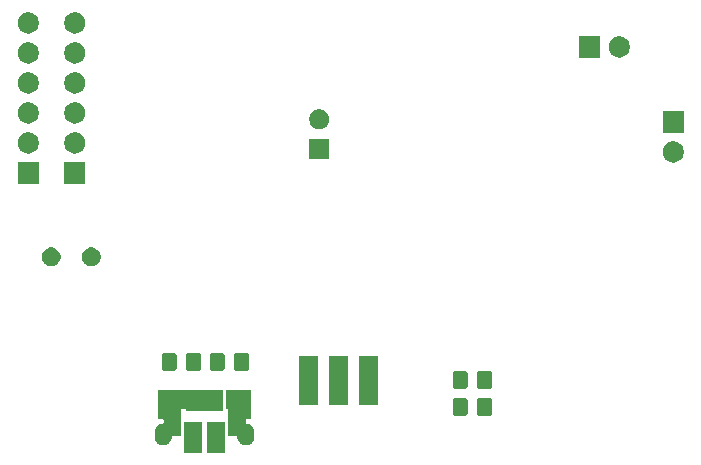
<source format=gts>
G04 #@! TF.GenerationSoftware,KiCad,Pcbnew,(5.1.6)-1*
G04 #@! TF.CreationDate,2021-01-14T13:32:54+01:00*
G04 #@! TF.ProjectId,Power_module_v1,506f7765-725f-46d6-9f64-756c655f7631,rev?*
G04 #@! TF.SameCoordinates,Original*
G04 #@! TF.FileFunction,Soldermask,Top*
G04 #@! TF.FilePolarity,Negative*
%FSLAX46Y46*%
G04 Gerber Fmt 4.6, Leading zero omitted, Abs format (unit mm)*
G04 Created by KiCad (PCBNEW (5.1.6)-1) date 2021-01-14 13:32:54*
%MOMM*%
%LPD*%
G01*
G04 APERTURE LIST*
%ADD10C,0.150000*%
G04 APERTURE END LIST*
D10*
G36*
X112914900Y-108047740D02*
G01*
X111382900Y-108047740D01*
X111382900Y-105445740D01*
X112914900Y-105445740D01*
X112914900Y-108047740D01*
G37*
G36*
X110994900Y-108047740D02*
G01*
X109462900Y-108047740D01*
X109462900Y-105445740D01*
X110994900Y-105445740D01*
X110994900Y-108047740D01*
G37*
G36*
X108886717Y-102684436D02*
G01*
X108906234Y-102690357D01*
X108930267Y-102695138D01*
X108942520Y-102695740D01*
X109440659Y-102695740D01*
X109445453Y-102699674D01*
X109467064Y-102711225D01*
X109490513Y-102718338D01*
X109514899Y-102720740D01*
X112739900Y-102720740D01*
X112739900Y-104472740D01*
X109637900Y-104472740D01*
X109637900Y-104422739D01*
X109635498Y-104398353D01*
X109628385Y-104374904D01*
X109616834Y-104353293D01*
X109601289Y-104334351D01*
X109582347Y-104318806D01*
X109560736Y-104307255D01*
X109537287Y-104300142D01*
X109512901Y-104297740D01*
X109327399Y-104297740D01*
X109303013Y-104300142D01*
X109279564Y-104307255D01*
X109257953Y-104318806D01*
X109239011Y-104334351D01*
X109223466Y-104353293D01*
X109211915Y-104374904D01*
X109204802Y-104398353D01*
X109202400Y-104422739D01*
X109202400Y-105259965D01*
X109194415Y-105274904D01*
X109187302Y-105298353D01*
X109184900Y-105322739D01*
X109184900Y-106597740D01*
X108537023Y-106597740D01*
X108512637Y-106600142D01*
X108489188Y-106607255D01*
X108467577Y-106618806D01*
X108448635Y-106634351D01*
X108433090Y-106653293D01*
X108421539Y-106674904D01*
X108412626Y-106710487D01*
X108404395Y-106794060D01*
X108373683Y-106895304D01*
X108362880Y-106930916D01*
X108295468Y-107057034D01*
X108204743Y-107167583D01*
X108094194Y-107258308D01*
X107968075Y-107325720D01*
X107968072Y-107325721D01*
X107831221Y-107367235D01*
X107688900Y-107381252D01*
X107546580Y-107367235D01*
X107409729Y-107325721D01*
X107409726Y-107325720D01*
X107283607Y-107258308D01*
X107173058Y-107167583D01*
X107082332Y-107057034D01*
X107014920Y-106930915D01*
X107014919Y-106930912D01*
X106973405Y-106794061D01*
X106962900Y-106687399D01*
X106962900Y-106266082D01*
X106973405Y-106159420D01*
X107014919Y-106022569D01*
X107014920Y-106022566D01*
X107082332Y-105896447D01*
X107173058Y-105785897D01*
X107283606Y-105695172D01*
X107409725Y-105627760D01*
X107409728Y-105627759D01*
X107546579Y-105586245D01*
X107620155Y-105578999D01*
X107644186Y-105574219D01*
X107666825Y-105564841D01*
X107687199Y-105551228D01*
X107704526Y-105533901D01*
X107718140Y-105513526D01*
X107727518Y-105490887D01*
X107732298Y-105466854D01*
X107732900Y-105454602D01*
X107732900Y-105322739D01*
X107730498Y-105298353D01*
X107723385Y-105274904D01*
X107711834Y-105253293D01*
X107696289Y-105234351D01*
X107677347Y-105218806D01*
X107655736Y-105207255D01*
X107632287Y-105200142D01*
X107607901Y-105197740D01*
X107275400Y-105197740D01*
X107275400Y-104324161D01*
X107278385Y-104318576D01*
X107285498Y-104295127D01*
X107287900Y-104270741D01*
X107287900Y-102695740D01*
X108595279Y-102695740D01*
X108619665Y-102693338D01*
X108631565Y-102690357D01*
X108651082Y-102684436D01*
X108768900Y-102672833D01*
X108886717Y-102684436D01*
G37*
G36*
X113632307Y-102675138D02*
G01*
X113644559Y-102675740D01*
X115139900Y-102675740D01*
X115139900Y-104270741D01*
X115142302Y-104295127D01*
X115149415Y-104318576D01*
X115152400Y-104324161D01*
X115152400Y-105197740D01*
X114789899Y-105197740D01*
X114765513Y-105200142D01*
X114742064Y-105207255D01*
X114720453Y-105218806D01*
X114701511Y-105234351D01*
X114685966Y-105253293D01*
X114674415Y-105274904D01*
X114667302Y-105298353D01*
X114664900Y-105322739D01*
X114664900Y-105456572D01*
X114667302Y-105480958D01*
X114674415Y-105504407D01*
X114685966Y-105526018D01*
X114701511Y-105544960D01*
X114720453Y-105560505D01*
X114742064Y-105572056D01*
X114765513Y-105579169D01*
X114777640Y-105580968D01*
X114831220Y-105586245D01*
X114968071Y-105627759D01*
X114968074Y-105627760D01*
X115094193Y-105695172D01*
X115204743Y-105785898D01*
X115295468Y-105896446D01*
X115362880Y-106022565D01*
X115362880Y-106022566D01*
X115362881Y-106022568D01*
X115404395Y-106159419D01*
X115414900Y-106266081D01*
X115414900Y-106687398D01*
X115404395Y-106794060D01*
X115373683Y-106895304D01*
X115362880Y-106930916D01*
X115295468Y-107057034D01*
X115204743Y-107167583D01*
X115094194Y-107258308D01*
X114968075Y-107325720D01*
X114968072Y-107325721D01*
X114831221Y-107367235D01*
X114688900Y-107381252D01*
X114546580Y-107367235D01*
X114409729Y-107325721D01*
X114409726Y-107325720D01*
X114283607Y-107258308D01*
X114173058Y-107167583D01*
X114082332Y-107057034D01*
X114014920Y-106930915D01*
X114014919Y-106930912D01*
X113973405Y-106794061D01*
X113965174Y-106710486D01*
X113960394Y-106686454D01*
X113951016Y-106663815D01*
X113937403Y-106643441D01*
X113920076Y-106626113D01*
X113899701Y-106612500D01*
X113877062Y-106603122D01*
X113853029Y-106598342D01*
X113840777Y-106597740D01*
X113212900Y-106597740D01*
X113212900Y-104402739D01*
X113210498Y-104378353D01*
X113203385Y-104354904D01*
X113191834Y-104333293D01*
X113176289Y-104314351D01*
X113157347Y-104298806D01*
X113135736Y-104287255D01*
X113112287Y-104280142D01*
X113087901Y-104277740D01*
X113037900Y-104277740D01*
X113037900Y-103883326D01*
X113035498Y-103858940D01*
X113032517Y-103847040D01*
X113016596Y-103794558D01*
X113007900Y-103706259D01*
X113007900Y-103247222D01*
X113016596Y-103158923D01*
X113032517Y-103106441D01*
X113037298Y-103082408D01*
X113037900Y-103070155D01*
X113037900Y-102675740D01*
X113573241Y-102675740D01*
X113585493Y-102675138D01*
X113608900Y-102672833D01*
X113632307Y-102675138D01*
G37*
G36*
X133296674Y-103393465D02*
G01*
X133334367Y-103404899D01*
X133369103Y-103423466D01*
X133399548Y-103448452D01*
X133424534Y-103478897D01*
X133443101Y-103513633D01*
X133454535Y-103551326D01*
X133459000Y-103596661D01*
X133459000Y-104683339D01*
X133454535Y-104728674D01*
X133443101Y-104766367D01*
X133424534Y-104801103D01*
X133399548Y-104831548D01*
X133369103Y-104856534D01*
X133334367Y-104875101D01*
X133296674Y-104886535D01*
X133251339Y-104891000D01*
X132414661Y-104891000D01*
X132369326Y-104886535D01*
X132331633Y-104875101D01*
X132296897Y-104856534D01*
X132266452Y-104831548D01*
X132241466Y-104801103D01*
X132222899Y-104766367D01*
X132211465Y-104728674D01*
X132207000Y-104683339D01*
X132207000Y-103596661D01*
X132211465Y-103551326D01*
X132222899Y-103513633D01*
X132241466Y-103478897D01*
X132266452Y-103448452D01*
X132296897Y-103423466D01*
X132331633Y-103404899D01*
X132369326Y-103393465D01*
X132414661Y-103389000D01*
X133251339Y-103389000D01*
X133296674Y-103393465D01*
G37*
G36*
X135346674Y-103393465D02*
G01*
X135384367Y-103404899D01*
X135419103Y-103423466D01*
X135449548Y-103448452D01*
X135474534Y-103478897D01*
X135493101Y-103513633D01*
X135504535Y-103551326D01*
X135509000Y-103596661D01*
X135509000Y-104683339D01*
X135504535Y-104728674D01*
X135493101Y-104766367D01*
X135474534Y-104801103D01*
X135449548Y-104831548D01*
X135419103Y-104856534D01*
X135384367Y-104875101D01*
X135346674Y-104886535D01*
X135301339Y-104891000D01*
X134464661Y-104891000D01*
X134419326Y-104886535D01*
X134381633Y-104875101D01*
X134346897Y-104856534D01*
X134316452Y-104831548D01*
X134291466Y-104801103D01*
X134272899Y-104766367D01*
X134261465Y-104728674D01*
X134257000Y-104683339D01*
X134257000Y-103596661D01*
X134261465Y-103551326D01*
X134272899Y-103513633D01*
X134291466Y-103478897D01*
X134316452Y-103448452D01*
X134346897Y-103423466D01*
X134381633Y-103404899D01*
X134419326Y-103393465D01*
X134464661Y-103389000D01*
X135301339Y-103389000D01*
X135346674Y-103393465D01*
G37*
G36*
X120782280Y-103963420D02*
G01*
X119156280Y-103963420D01*
X119156280Y-99861420D01*
X120782280Y-99861420D01*
X120782280Y-103963420D01*
G37*
G36*
X123322280Y-103963420D02*
G01*
X121696280Y-103963420D01*
X121696280Y-99861420D01*
X123322280Y-99861420D01*
X123322280Y-103963420D01*
G37*
G36*
X125862280Y-103963420D02*
G01*
X124236280Y-103963420D01*
X124236280Y-99861420D01*
X125862280Y-99861420D01*
X125862280Y-103963420D01*
G37*
G36*
X135346674Y-101107465D02*
G01*
X135384367Y-101118899D01*
X135419103Y-101137466D01*
X135449548Y-101162452D01*
X135474534Y-101192897D01*
X135493101Y-101227633D01*
X135504535Y-101265326D01*
X135509000Y-101310661D01*
X135509000Y-102397339D01*
X135504535Y-102442674D01*
X135493101Y-102480367D01*
X135474534Y-102515103D01*
X135449548Y-102545548D01*
X135419103Y-102570534D01*
X135384367Y-102589101D01*
X135346674Y-102600535D01*
X135301339Y-102605000D01*
X134464661Y-102605000D01*
X134419326Y-102600535D01*
X134381633Y-102589101D01*
X134346897Y-102570534D01*
X134316452Y-102545548D01*
X134291466Y-102515103D01*
X134272899Y-102480367D01*
X134261465Y-102442674D01*
X134257000Y-102397339D01*
X134257000Y-101310661D01*
X134261465Y-101265326D01*
X134272899Y-101227633D01*
X134291466Y-101192897D01*
X134316452Y-101162452D01*
X134346897Y-101137466D01*
X134381633Y-101118899D01*
X134419326Y-101107465D01*
X134464661Y-101103000D01*
X135301339Y-101103000D01*
X135346674Y-101107465D01*
G37*
G36*
X133296674Y-101107465D02*
G01*
X133334367Y-101118899D01*
X133369103Y-101137466D01*
X133399548Y-101162452D01*
X133424534Y-101192897D01*
X133443101Y-101227633D01*
X133454535Y-101265326D01*
X133459000Y-101310661D01*
X133459000Y-102397339D01*
X133454535Y-102442674D01*
X133443101Y-102480367D01*
X133424534Y-102515103D01*
X133399548Y-102545548D01*
X133369103Y-102570534D01*
X133334367Y-102589101D01*
X133296674Y-102600535D01*
X133251339Y-102605000D01*
X132414661Y-102605000D01*
X132369326Y-102600535D01*
X132331633Y-102589101D01*
X132296897Y-102570534D01*
X132266452Y-102545548D01*
X132241466Y-102515103D01*
X132222899Y-102480367D01*
X132211465Y-102442674D01*
X132207000Y-102397339D01*
X132207000Y-101310661D01*
X132211465Y-101265326D01*
X132222899Y-101227633D01*
X132241466Y-101192897D01*
X132266452Y-101162452D01*
X132296897Y-101137466D01*
X132331633Y-101118899D01*
X132369326Y-101107465D01*
X132414661Y-101103000D01*
X133251339Y-101103000D01*
X133296674Y-101107465D01*
G37*
G36*
X108658674Y-99583465D02*
G01*
X108696367Y-99594899D01*
X108731103Y-99613466D01*
X108761548Y-99638452D01*
X108786534Y-99668897D01*
X108805101Y-99703633D01*
X108816535Y-99741326D01*
X108821000Y-99786661D01*
X108821000Y-100873339D01*
X108816535Y-100918674D01*
X108805101Y-100956367D01*
X108786534Y-100991103D01*
X108761548Y-101021548D01*
X108731103Y-101046534D01*
X108696367Y-101065101D01*
X108658674Y-101076535D01*
X108613339Y-101081000D01*
X107776661Y-101081000D01*
X107731326Y-101076535D01*
X107693633Y-101065101D01*
X107658897Y-101046534D01*
X107628452Y-101021548D01*
X107603466Y-100991103D01*
X107584899Y-100956367D01*
X107573465Y-100918674D01*
X107569000Y-100873339D01*
X107569000Y-99786661D01*
X107573465Y-99741326D01*
X107584899Y-99703633D01*
X107603466Y-99668897D01*
X107628452Y-99638452D01*
X107658897Y-99613466D01*
X107693633Y-99594899D01*
X107731326Y-99583465D01*
X107776661Y-99579000D01*
X108613339Y-99579000D01*
X108658674Y-99583465D01*
G37*
G36*
X114772674Y-99583465D02*
G01*
X114810367Y-99594899D01*
X114845103Y-99613466D01*
X114875548Y-99638452D01*
X114900534Y-99668897D01*
X114919101Y-99703633D01*
X114930535Y-99741326D01*
X114935000Y-99786661D01*
X114935000Y-100873339D01*
X114930535Y-100918674D01*
X114919101Y-100956367D01*
X114900534Y-100991103D01*
X114875548Y-101021548D01*
X114845103Y-101046534D01*
X114810367Y-101065101D01*
X114772674Y-101076535D01*
X114727339Y-101081000D01*
X113890661Y-101081000D01*
X113845326Y-101076535D01*
X113807633Y-101065101D01*
X113772897Y-101046534D01*
X113742452Y-101021548D01*
X113717466Y-100991103D01*
X113698899Y-100956367D01*
X113687465Y-100918674D01*
X113683000Y-100873339D01*
X113683000Y-99786661D01*
X113687465Y-99741326D01*
X113698899Y-99703633D01*
X113717466Y-99668897D01*
X113742452Y-99638452D01*
X113772897Y-99613466D01*
X113807633Y-99594899D01*
X113845326Y-99583465D01*
X113890661Y-99579000D01*
X114727339Y-99579000D01*
X114772674Y-99583465D01*
G37*
G36*
X112722674Y-99583465D02*
G01*
X112760367Y-99594899D01*
X112795103Y-99613466D01*
X112825548Y-99638452D01*
X112850534Y-99668897D01*
X112869101Y-99703633D01*
X112880535Y-99741326D01*
X112885000Y-99786661D01*
X112885000Y-100873339D01*
X112880535Y-100918674D01*
X112869101Y-100956367D01*
X112850534Y-100991103D01*
X112825548Y-101021548D01*
X112795103Y-101046534D01*
X112760367Y-101065101D01*
X112722674Y-101076535D01*
X112677339Y-101081000D01*
X111840661Y-101081000D01*
X111795326Y-101076535D01*
X111757633Y-101065101D01*
X111722897Y-101046534D01*
X111692452Y-101021548D01*
X111667466Y-100991103D01*
X111648899Y-100956367D01*
X111637465Y-100918674D01*
X111633000Y-100873339D01*
X111633000Y-99786661D01*
X111637465Y-99741326D01*
X111648899Y-99703633D01*
X111667466Y-99668897D01*
X111692452Y-99638452D01*
X111722897Y-99613466D01*
X111757633Y-99594899D01*
X111795326Y-99583465D01*
X111840661Y-99579000D01*
X112677339Y-99579000D01*
X112722674Y-99583465D01*
G37*
G36*
X110708674Y-99583465D02*
G01*
X110746367Y-99594899D01*
X110781103Y-99613466D01*
X110811548Y-99638452D01*
X110836534Y-99668897D01*
X110855101Y-99703633D01*
X110866535Y-99741326D01*
X110871000Y-99786661D01*
X110871000Y-100873339D01*
X110866535Y-100918674D01*
X110855101Y-100956367D01*
X110836534Y-100991103D01*
X110811548Y-101021548D01*
X110781103Y-101046534D01*
X110746367Y-101065101D01*
X110708674Y-101076535D01*
X110663339Y-101081000D01*
X109826661Y-101081000D01*
X109781326Y-101076535D01*
X109743633Y-101065101D01*
X109708897Y-101046534D01*
X109678452Y-101021548D01*
X109653466Y-100991103D01*
X109634899Y-100956367D01*
X109623465Y-100918674D01*
X109619000Y-100873339D01*
X109619000Y-99786661D01*
X109623465Y-99741326D01*
X109634899Y-99703633D01*
X109653466Y-99668897D01*
X109678452Y-99638452D01*
X109708897Y-99613466D01*
X109743633Y-99594899D01*
X109781326Y-99583465D01*
X109826661Y-99579000D01*
X110663339Y-99579000D01*
X110708674Y-99583465D01*
G37*
G36*
X98433642Y-90669781D02*
G01*
X98579414Y-90730162D01*
X98579416Y-90730163D01*
X98710608Y-90817822D01*
X98822178Y-90929392D01*
X98909837Y-91060584D01*
X98909838Y-91060586D01*
X98970219Y-91206358D01*
X99001000Y-91361107D01*
X99001000Y-91518893D01*
X98970219Y-91673642D01*
X98909838Y-91819414D01*
X98909837Y-91819416D01*
X98822178Y-91950608D01*
X98710608Y-92062178D01*
X98579416Y-92149837D01*
X98579415Y-92149838D01*
X98579414Y-92149838D01*
X98433642Y-92210219D01*
X98278893Y-92241000D01*
X98121107Y-92241000D01*
X97966358Y-92210219D01*
X97820586Y-92149838D01*
X97820585Y-92149838D01*
X97820584Y-92149837D01*
X97689392Y-92062178D01*
X97577822Y-91950608D01*
X97490163Y-91819416D01*
X97490162Y-91819414D01*
X97429781Y-91673642D01*
X97399000Y-91518893D01*
X97399000Y-91361107D01*
X97429781Y-91206358D01*
X97490162Y-91060586D01*
X97490163Y-91060584D01*
X97577822Y-90929392D01*
X97689392Y-90817822D01*
X97820584Y-90730163D01*
X97820586Y-90730162D01*
X97966358Y-90669781D01*
X98121107Y-90639000D01*
X98278893Y-90639000D01*
X98433642Y-90669781D01*
G37*
G36*
X101833642Y-90669781D02*
G01*
X101979414Y-90730162D01*
X101979416Y-90730163D01*
X102110608Y-90817822D01*
X102222178Y-90929392D01*
X102309837Y-91060584D01*
X102309838Y-91060586D01*
X102370219Y-91206358D01*
X102401000Y-91361107D01*
X102401000Y-91518893D01*
X102370219Y-91673642D01*
X102309838Y-91819414D01*
X102309837Y-91819416D01*
X102222178Y-91950608D01*
X102110608Y-92062178D01*
X101979416Y-92149837D01*
X101979415Y-92149838D01*
X101979414Y-92149838D01*
X101833642Y-92210219D01*
X101678893Y-92241000D01*
X101521107Y-92241000D01*
X101366358Y-92210219D01*
X101220586Y-92149838D01*
X101220585Y-92149838D01*
X101220584Y-92149837D01*
X101089392Y-92062178D01*
X100977822Y-91950608D01*
X100890163Y-91819416D01*
X100890162Y-91819414D01*
X100829781Y-91673642D01*
X100799000Y-91518893D01*
X100799000Y-91361107D01*
X100829781Y-91206358D01*
X100890162Y-91060586D01*
X100890163Y-91060584D01*
X100977822Y-90929392D01*
X101089392Y-90817822D01*
X101220584Y-90730163D01*
X101220586Y-90730162D01*
X101366358Y-90669781D01*
X101521107Y-90639000D01*
X101678893Y-90639000D01*
X101833642Y-90669781D01*
G37*
G36*
X101104000Y-85229000D02*
G01*
X99302000Y-85229000D01*
X99302000Y-83427000D01*
X101104000Y-83427000D01*
X101104000Y-85229000D01*
G37*
G36*
X97167000Y-85229000D02*
G01*
X95365000Y-85229000D01*
X95365000Y-83427000D01*
X97167000Y-83427000D01*
X97167000Y-85229000D01*
G37*
G36*
X150989512Y-81653927D02*
G01*
X151138812Y-81683624D01*
X151302784Y-81751544D01*
X151450354Y-81850147D01*
X151575853Y-81975646D01*
X151674456Y-82123216D01*
X151742376Y-82287188D01*
X151777000Y-82461259D01*
X151777000Y-82638741D01*
X151742376Y-82812812D01*
X151674456Y-82976784D01*
X151575853Y-83124354D01*
X151450354Y-83249853D01*
X151302784Y-83348456D01*
X151138812Y-83416376D01*
X150989512Y-83446073D01*
X150964742Y-83451000D01*
X150787258Y-83451000D01*
X150762488Y-83446073D01*
X150613188Y-83416376D01*
X150449216Y-83348456D01*
X150301646Y-83249853D01*
X150176147Y-83124354D01*
X150077544Y-82976784D01*
X150009624Y-82812812D01*
X149975000Y-82638741D01*
X149975000Y-82461259D01*
X150009624Y-82287188D01*
X150077544Y-82123216D01*
X150176147Y-81975646D01*
X150301646Y-81850147D01*
X150449216Y-81751544D01*
X150613188Y-81683624D01*
X150762488Y-81653927D01*
X150787258Y-81649000D01*
X150964742Y-81649000D01*
X150989512Y-81653927D01*
G37*
G36*
X121755000Y-83147000D02*
G01*
X120053000Y-83147000D01*
X120053000Y-81445000D01*
X121755000Y-81445000D01*
X121755000Y-83147000D01*
G37*
G36*
X96379512Y-80891927D02*
G01*
X96528812Y-80921624D01*
X96692784Y-80989544D01*
X96840354Y-81088147D01*
X96965853Y-81213646D01*
X97064456Y-81361216D01*
X97132376Y-81525188D01*
X97167000Y-81699259D01*
X97167000Y-81876741D01*
X97132376Y-82050812D01*
X97064456Y-82214784D01*
X96965853Y-82362354D01*
X96840354Y-82487853D01*
X96692784Y-82586456D01*
X96528812Y-82654376D01*
X96379512Y-82684073D01*
X96354742Y-82689000D01*
X96177258Y-82689000D01*
X96152488Y-82684073D01*
X96003188Y-82654376D01*
X95839216Y-82586456D01*
X95691646Y-82487853D01*
X95566147Y-82362354D01*
X95467544Y-82214784D01*
X95399624Y-82050812D01*
X95365000Y-81876741D01*
X95365000Y-81699259D01*
X95399624Y-81525188D01*
X95467544Y-81361216D01*
X95566147Y-81213646D01*
X95691646Y-81088147D01*
X95839216Y-80989544D01*
X96003188Y-80921624D01*
X96152488Y-80891927D01*
X96177258Y-80887000D01*
X96354742Y-80887000D01*
X96379512Y-80891927D01*
G37*
G36*
X100316512Y-80891927D02*
G01*
X100465812Y-80921624D01*
X100629784Y-80989544D01*
X100777354Y-81088147D01*
X100902853Y-81213646D01*
X101001456Y-81361216D01*
X101069376Y-81525188D01*
X101104000Y-81699259D01*
X101104000Y-81876741D01*
X101069376Y-82050812D01*
X101001456Y-82214784D01*
X100902853Y-82362354D01*
X100777354Y-82487853D01*
X100629784Y-82586456D01*
X100465812Y-82654376D01*
X100316512Y-82684073D01*
X100291742Y-82689000D01*
X100114258Y-82689000D01*
X100089488Y-82684073D01*
X99940188Y-82654376D01*
X99776216Y-82586456D01*
X99628646Y-82487853D01*
X99503147Y-82362354D01*
X99404544Y-82214784D01*
X99336624Y-82050812D01*
X99302000Y-81876741D01*
X99302000Y-81699259D01*
X99336624Y-81525188D01*
X99404544Y-81361216D01*
X99503147Y-81213646D01*
X99628646Y-81088147D01*
X99776216Y-80989544D01*
X99940188Y-80921624D01*
X100089488Y-80891927D01*
X100114258Y-80887000D01*
X100291742Y-80887000D01*
X100316512Y-80891927D01*
G37*
G36*
X151777000Y-80911000D02*
G01*
X149975000Y-80911000D01*
X149975000Y-79109000D01*
X151777000Y-79109000D01*
X151777000Y-80911000D01*
G37*
G36*
X121152228Y-78977703D02*
G01*
X121307100Y-79041853D01*
X121446481Y-79134985D01*
X121565015Y-79253519D01*
X121658147Y-79392900D01*
X121722297Y-79547772D01*
X121755000Y-79712184D01*
X121755000Y-79879816D01*
X121722297Y-80044228D01*
X121658147Y-80199100D01*
X121565015Y-80338481D01*
X121446481Y-80457015D01*
X121307100Y-80550147D01*
X121152228Y-80614297D01*
X120987816Y-80647000D01*
X120820184Y-80647000D01*
X120655772Y-80614297D01*
X120500900Y-80550147D01*
X120361519Y-80457015D01*
X120242985Y-80338481D01*
X120149853Y-80199100D01*
X120085703Y-80044228D01*
X120053000Y-79879816D01*
X120053000Y-79712184D01*
X120085703Y-79547772D01*
X120149853Y-79392900D01*
X120242985Y-79253519D01*
X120361519Y-79134985D01*
X120500900Y-79041853D01*
X120655772Y-78977703D01*
X120820184Y-78945000D01*
X120987816Y-78945000D01*
X121152228Y-78977703D01*
G37*
G36*
X96379512Y-78351927D02*
G01*
X96528812Y-78381624D01*
X96692784Y-78449544D01*
X96840354Y-78548147D01*
X96965853Y-78673646D01*
X97064456Y-78821216D01*
X97132376Y-78985188D01*
X97167000Y-79159259D01*
X97167000Y-79336741D01*
X97132376Y-79510812D01*
X97064456Y-79674784D01*
X96965853Y-79822354D01*
X96840354Y-79947853D01*
X96692784Y-80046456D01*
X96528812Y-80114376D01*
X96379512Y-80144073D01*
X96354742Y-80149000D01*
X96177258Y-80149000D01*
X96152488Y-80144073D01*
X96003188Y-80114376D01*
X95839216Y-80046456D01*
X95691646Y-79947853D01*
X95566147Y-79822354D01*
X95467544Y-79674784D01*
X95399624Y-79510812D01*
X95365000Y-79336741D01*
X95365000Y-79159259D01*
X95399624Y-78985188D01*
X95467544Y-78821216D01*
X95566147Y-78673646D01*
X95691646Y-78548147D01*
X95839216Y-78449544D01*
X96003188Y-78381624D01*
X96152488Y-78351927D01*
X96177258Y-78347000D01*
X96354742Y-78347000D01*
X96379512Y-78351927D01*
G37*
G36*
X100316512Y-78351927D02*
G01*
X100465812Y-78381624D01*
X100629784Y-78449544D01*
X100777354Y-78548147D01*
X100902853Y-78673646D01*
X101001456Y-78821216D01*
X101069376Y-78985188D01*
X101104000Y-79159259D01*
X101104000Y-79336741D01*
X101069376Y-79510812D01*
X101001456Y-79674784D01*
X100902853Y-79822354D01*
X100777354Y-79947853D01*
X100629784Y-80046456D01*
X100465812Y-80114376D01*
X100316512Y-80144073D01*
X100291742Y-80149000D01*
X100114258Y-80149000D01*
X100089488Y-80144073D01*
X99940188Y-80114376D01*
X99776216Y-80046456D01*
X99628646Y-79947853D01*
X99503147Y-79822354D01*
X99404544Y-79674784D01*
X99336624Y-79510812D01*
X99302000Y-79336741D01*
X99302000Y-79159259D01*
X99336624Y-78985188D01*
X99404544Y-78821216D01*
X99503147Y-78673646D01*
X99628646Y-78548147D01*
X99776216Y-78449544D01*
X99940188Y-78381624D01*
X100089488Y-78351927D01*
X100114258Y-78347000D01*
X100291742Y-78347000D01*
X100316512Y-78351927D01*
G37*
G36*
X96379512Y-75811927D02*
G01*
X96528812Y-75841624D01*
X96692784Y-75909544D01*
X96840354Y-76008147D01*
X96965853Y-76133646D01*
X97064456Y-76281216D01*
X97132376Y-76445188D01*
X97167000Y-76619259D01*
X97167000Y-76796741D01*
X97132376Y-76970812D01*
X97064456Y-77134784D01*
X96965853Y-77282354D01*
X96840354Y-77407853D01*
X96692784Y-77506456D01*
X96528812Y-77574376D01*
X96379512Y-77604073D01*
X96354742Y-77609000D01*
X96177258Y-77609000D01*
X96152488Y-77604073D01*
X96003188Y-77574376D01*
X95839216Y-77506456D01*
X95691646Y-77407853D01*
X95566147Y-77282354D01*
X95467544Y-77134784D01*
X95399624Y-76970812D01*
X95365000Y-76796741D01*
X95365000Y-76619259D01*
X95399624Y-76445188D01*
X95467544Y-76281216D01*
X95566147Y-76133646D01*
X95691646Y-76008147D01*
X95839216Y-75909544D01*
X96003188Y-75841624D01*
X96152488Y-75811927D01*
X96177258Y-75807000D01*
X96354742Y-75807000D01*
X96379512Y-75811927D01*
G37*
G36*
X100316512Y-75811927D02*
G01*
X100465812Y-75841624D01*
X100629784Y-75909544D01*
X100777354Y-76008147D01*
X100902853Y-76133646D01*
X101001456Y-76281216D01*
X101069376Y-76445188D01*
X101104000Y-76619259D01*
X101104000Y-76796741D01*
X101069376Y-76970812D01*
X101001456Y-77134784D01*
X100902853Y-77282354D01*
X100777354Y-77407853D01*
X100629784Y-77506456D01*
X100465812Y-77574376D01*
X100316512Y-77604073D01*
X100291742Y-77609000D01*
X100114258Y-77609000D01*
X100089488Y-77604073D01*
X99940188Y-77574376D01*
X99776216Y-77506456D01*
X99628646Y-77407853D01*
X99503147Y-77282354D01*
X99404544Y-77134784D01*
X99336624Y-76970812D01*
X99302000Y-76796741D01*
X99302000Y-76619259D01*
X99336624Y-76445188D01*
X99404544Y-76281216D01*
X99503147Y-76133646D01*
X99628646Y-76008147D01*
X99776216Y-75909544D01*
X99940188Y-75841624D01*
X100089488Y-75811927D01*
X100114258Y-75807000D01*
X100291742Y-75807000D01*
X100316512Y-75811927D01*
G37*
G36*
X96379512Y-73271927D02*
G01*
X96528812Y-73301624D01*
X96692784Y-73369544D01*
X96840354Y-73468147D01*
X96965853Y-73593646D01*
X97064456Y-73741216D01*
X97132376Y-73905188D01*
X97167000Y-74079259D01*
X97167000Y-74256741D01*
X97132376Y-74430812D01*
X97064456Y-74594784D01*
X96965853Y-74742354D01*
X96840354Y-74867853D01*
X96692784Y-74966456D01*
X96528812Y-75034376D01*
X96379512Y-75064073D01*
X96354742Y-75069000D01*
X96177258Y-75069000D01*
X96152488Y-75064073D01*
X96003188Y-75034376D01*
X95839216Y-74966456D01*
X95691646Y-74867853D01*
X95566147Y-74742354D01*
X95467544Y-74594784D01*
X95399624Y-74430812D01*
X95365000Y-74256741D01*
X95365000Y-74079259D01*
X95399624Y-73905188D01*
X95467544Y-73741216D01*
X95566147Y-73593646D01*
X95691646Y-73468147D01*
X95839216Y-73369544D01*
X96003188Y-73301624D01*
X96152488Y-73271927D01*
X96177258Y-73267000D01*
X96354742Y-73267000D01*
X96379512Y-73271927D01*
G37*
G36*
X100316512Y-73271927D02*
G01*
X100465812Y-73301624D01*
X100629784Y-73369544D01*
X100777354Y-73468147D01*
X100902853Y-73593646D01*
X101001456Y-73741216D01*
X101069376Y-73905188D01*
X101104000Y-74079259D01*
X101104000Y-74256741D01*
X101069376Y-74430812D01*
X101001456Y-74594784D01*
X100902853Y-74742354D01*
X100777354Y-74867853D01*
X100629784Y-74966456D01*
X100465812Y-75034376D01*
X100316512Y-75064073D01*
X100291742Y-75069000D01*
X100114258Y-75069000D01*
X100089488Y-75064073D01*
X99940188Y-75034376D01*
X99776216Y-74966456D01*
X99628646Y-74867853D01*
X99503147Y-74742354D01*
X99404544Y-74594784D01*
X99336624Y-74430812D01*
X99302000Y-74256741D01*
X99302000Y-74079259D01*
X99336624Y-73905188D01*
X99404544Y-73741216D01*
X99503147Y-73593646D01*
X99628646Y-73468147D01*
X99776216Y-73369544D01*
X99940188Y-73301624D01*
X100089488Y-73271927D01*
X100114258Y-73267000D01*
X100291742Y-73267000D01*
X100316512Y-73271927D01*
G37*
G36*
X144665000Y-74561000D02*
G01*
X142863000Y-74561000D01*
X142863000Y-72759000D01*
X144665000Y-72759000D01*
X144665000Y-74561000D01*
G37*
G36*
X146417512Y-72763927D02*
G01*
X146566812Y-72793624D01*
X146730784Y-72861544D01*
X146878354Y-72960147D01*
X147003853Y-73085646D01*
X147102456Y-73233216D01*
X147170376Y-73397188D01*
X147205000Y-73571259D01*
X147205000Y-73748741D01*
X147170376Y-73922812D01*
X147102456Y-74086784D01*
X147003853Y-74234354D01*
X146878354Y-74359853D01*
X146730784Y-74458456D01*
X146566812Y-74526376D01*
X146417512Y-74556073D01*
X146392742Y-74561000D01*
X146215258Y-74561000D01*
X146190488Y-74556073D01*
X146041188Y-74526376D01*
X145877216Y-74458456D01*
X145729646Y-74359853D01*
X145604147Y-74234354D01*
X145505544Y-74086784D01*
X145437624Y-73922812D01*
X145403000Y-73748741D01*
X145403000Y-73571259D01*
X145437624Y-73397188D01*
X145505544Y-73233216D01*
X145604147Y-73085646D01*
X145729646Y-72960147D01*
X145877216Y-72861544D01*
X146041188Y-72793624D01*
X146190488Y-72763927D01*
X146215258Y-72759000D01*
X146392742Y-72759000D01*
X146417512Y-72763927D01*
G37*
G36*
X100316512Y-70731927D02*
G01*
X100465812Y-70761624D01*
X100629784Y-70829544D01*
X100777354Y-70928147D01*
X100902853Y-71053646D01*
X101001456Y-71201216D01*
X101069376Y-71365188D01*
X101104000Y-71539259D01*
X101104000Y-71716741D01*
X101069376Y-71890812D01*
X101001456Y-72054784D01*
X100902853Y-72202354D01*
X100777354Y-72327853D01*
X100629784Y-72426456D01*
X100465812Y-72494376D01*
X100316512Y-72524073D01*
X100291742Y-72529000D01*
X100114258Y-72529000D01*
X100089488Y-72524073D01*
X99940188Y-72494376D01*
X99776216Y-72426456D01*
X99628646Y-72327853D01*
X99503147Y-72202354D01*
X99404544Y-72054784D01*
X99336624Y-71890812D01*
X99302000Y-71716741D01*
X99302000Y-71539259D01*
X99336624Y-71365188D01*
X99404544Y-71201216D01*
X99503147Y-71053646D01*
X99628646Y-70928147D01*
X99776216Y-70829544D01*
X99940188Y-70761624D01*
X100089488Y-70731927D01*
X100114258Y-70727000D01*
X100291742Y-70727000D01*
X100316512Y-70731927D01*
G37*
G36*
X96379512Y-70731927D02*
G01*
X96528812Y-70761624D01*
X96692784Y-70829544D01*
X96840354Y-70928147D01*
X96965853Y-71053646D01*
X97064456Y-71201216D01*
X97132376Y-71365188D01*
X97167000Y-71539259D01*
X97167000Y-71716741D01*
X97132376Y-71890812D01*
X97064456Y-72054784D01*
X96965853Y-72202354D01*
X96840354Y-72327853D01*
X96692784Y-72426456D01*
X96528812Y-72494376D01*
X96379512Y-72524073D01*
X96354742Y-72529000D01*
X96177258Y-72529000D01*
X96152488Y-72524073D01*
X96003188Y-72494376D01*
X95839216Y-72426456D01*
X95691646Y-72327853D01*
X95566147Y-72202354D01*
X95467544Y-72054784D01*
X95399624Y-71890812D01*
X95365000Y-71716741D01*
X95365000Y-71539259D01*
X95399624Y-71365188D01*
X95467544Y-71201216D01*
X95566147Y-71053646D01*
X95691646Y-70928147D01*
X95839216Y-70829544D01*
X96003188Y-70761624D01*
X96152488Y-70731927D01*
X96177258Y-70727000D01*
X96354742Y-70727000D01*
X96379512Y-70731927D01*
G37*
M02*

</source>
